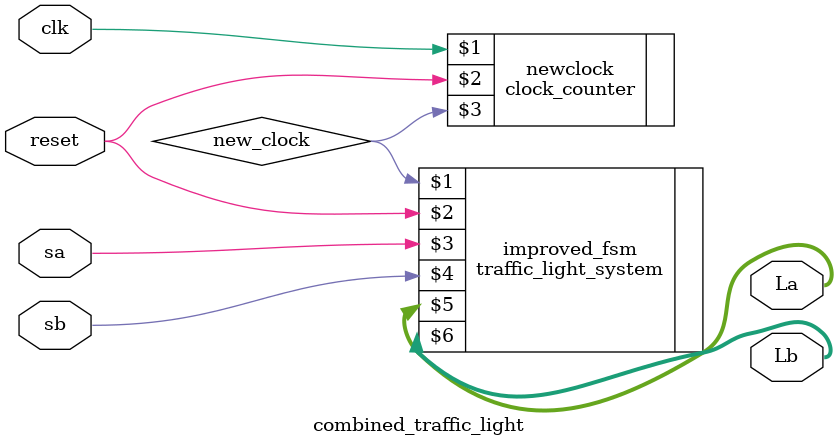
<source format=sv>
`timescale 1ns / 1ps


module combined_traffic_light(input logic clk,reset,sa,sb,output logic [2:0] La, Lb);

    logic new_clock;
    
    clock_counter newclock(clk,reset,new_clock);
    
    traffic_light_system improved_fsm(new_clock,reset,sa,sb,La,Lb);
    
endmodule

</source>
